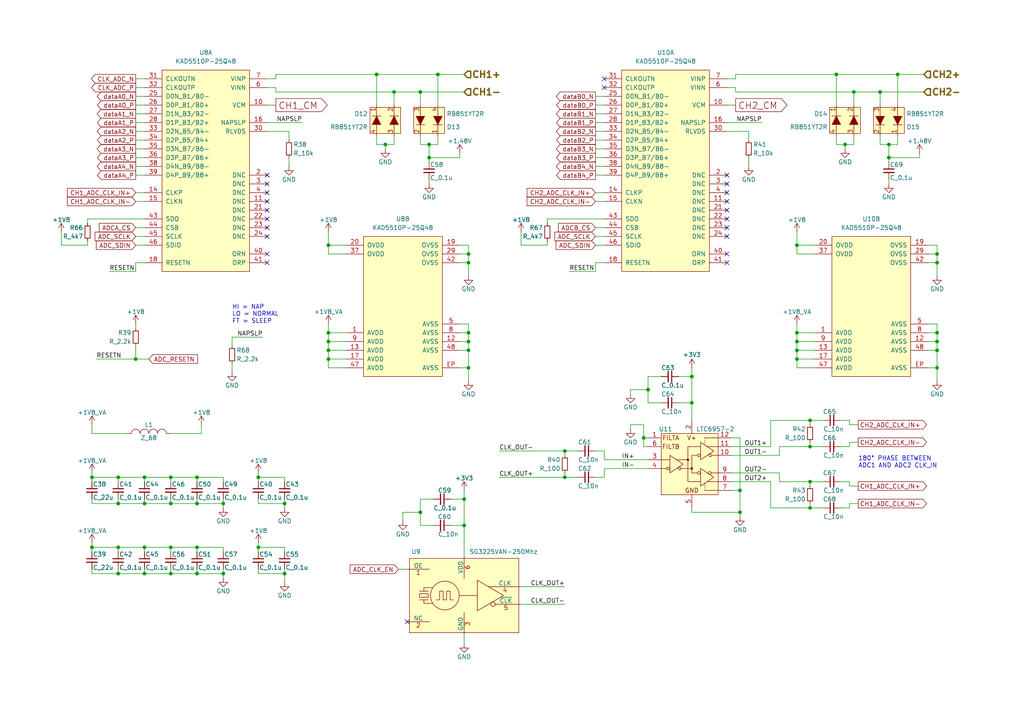
<source format=kicad_sch>
(kicad_sch (version 20231120) (generator "eeschema") (generator_version "8.0")
  (paper "A4")
  (title_block (title "Scopefun Oscilloscope") (rev "v2") (comment 1 "Copyright Dejan Priversek 2017") (comment 2 "Licensed under CERN OHL v.1.2"))
  (lib_symbols
    (symbol "ScopefunParts:+1.48V" (power) (pin_names (offset 0))
      (property "Value" "+1.48V" (at 0 3.556 0))
      (symbol "+1.48V_1_1"
        (pin power_in line (at 0 0 90) (length 0) hide (name "+1.48V") (number "1"))
      )
    )
    (symbol "ScopefunParts:+1.8V" (power) (pin_names (offset 0))
      (property "Value" "+1.8V" (at 0 3.556 0))
      (symbol "+1.8V_1_1"
        (pin power_in line (at 0 0 90) (length 0) hide (name "+1V8") (number "1"))
      )
    )
    (symbol "ScopefunParts:+1.8V_VA" (power) (pin_names (offset 0))
      (property "Value" "+1.8V_VA" (at 0 3.556 0))
      (symbol "+1.8V_VA_1_1"
        (pin power_in line (at 0 0 90) (length 0) hide (name "+1V8_VA") (number "1"))
      )
    )
    (symbol "ScopefunParts:+3.3V" (power) (pin_names (offset 0))
      (property "Value" "+3.3V" (at 0 3.556 0))
      (symbol "+3.3V_1_1"
        (pin power_in line (at 0 0 90) (length 0) hide (name "+3V3") (number "1"))
      )
    )
    (symbol "ScopefunParts:C_0.1u" (pin_numbers hide) (pin_names (offset 0.254) hide)
      (property "Reference" "C" (at 0.254 1.778 0))
      (property "Value" "C_0.1u" (at 0.254 -2.032 0))
      (symbol "C_0.1u_1_1"
        (pin passive line (at 0 2.54 270) (length 1.905) (name "~") (number "1"))
        (pin passive line (at 0 -2.54 90) (length 2.032) (name "~") (number "2"))
      )
    )
    (symbol "ScopefunParts:C_10n_0402" (pin_numbers hide) (pin_names (offset 0.254) hide)
      (property "Reference" "C" (at 0.254 1.778 0))
      (property "Value" "C_10n_0402" (at 0.254 -2.032 0))
      (symbol "C_10n_0402_1_1"
        (pin passive line (at 0 2.54 270) (length 1.905) (name "~") (number "1"))
        (pin passive line (at 0 -2.54 90) (length 2.032) (name "~") (number "2"))
      )
    )
    (symbol "ScopefunParts:C_22u" (pin_numbers hide) (pin_names (offset 0.254) hide)
      (property "Reference" "C" (at 0.254 1.778 0))
      (property "Value" "C_22u" (at 0.254 -2.032 0))
      (symbol "C_22u_1_1"
        (pin passive line (at 0 2.54 270) (length 1.905) (name "~") (number "1"))
        (pin passive line (at 0 -2.54 90) (length 2.032) (name "~") (number "2"))
      )
    )
    (symbol "ScopefunParts:KAD5510P-25Q48" (pin_names (offset 1.016))
      (property "Reference" "U" (at 0 30.48 0))
      (property "Value" "KAD5510P-25Q48" (at 0 27.94 0))
      (symbol "KAD5510P-25Q48_1_1"
        (pin output line (at 17.78 15.24 180) (length 5.08) (name "VCM") (number "10"))
        (pin no_connect line (at 17.78 -12.7 180) (length 5.08) (name "DNC") (number "11"))
        (pin input line (at -17.78 -10.16 0) (length 5.08) (name "CLKP") (number "14"))
        (pin input line (at -17.78 -12.7 0) (length 5.08) (name "CLKN") (number "15"))
        (pin input line (at 17.78 10.16 180) (length 5.08) (name "NAPSLP") (number "16"))
        (pin input line (at -17.78 -30.48 0) (length 5.08) (name "RESETN") (number "18"))
        (pin no_connect line (at 17.78 -5.08 180) (length 5.08) (name "DNC") (number "2"))
        (pin no_connect line (at 17.78 -15.24 180) (length 5.08) (name "DNC") (number "21"))
        (pin no_connect line (at 17.78 -17.78 180) (length 5.08) (name "DNC") (number "22"))
        (pin no_connect line (at 17.78 -20.32 180) (length 5.08) (name "DNC") (number "23"))
        (pin no_connect line (at 17.78 -22.86 180) (length 5.08) (name "DNC") (number "24"))
        (pin output line (at -17.78 17.78 0) (length 5.08) (name "D0N_B1/B0-") (number "25"))
        (pin output line (at -17.78 15.24 0) (length 5.08) (name "D0P_B1/B0+") (number "26"))
        (pin output line (at -17.78 12.7 0) (length 5.08) (name "D1N_B3/B2-") (number "27"))
        (pin output line (at -17.78 10.16 0) (length 5.08) (name "D1P_B3/B2+") (number "28"))
        (pin no_connect line (at 17.78 -7.62 180) (length 5.08) (name "DNC") (number "3"))
        (pin input line (at 17.78 7.62 180) (length 5.08) (name "RLVDS") (number "30"))
        (pin output line (at -17.78 22.86 0) (length 5.08) (name "CLKOUTN") (number "31"))
        (pin output line (at -17.78 20.32 0) (length 5.08) (name "CLKOUTP") (number "32"))
        (pin input line (at -17.78 7.62 0) (length 5.08) (name "D2N_B5/B4-") (number "33"))
        (pin input line (at -17.78 5.08 0) (length 5.08) (name "D2P_B5/B4+") (number "34"))
        (pin input line (at -17.78 2.54 0) (length 5.08) (name "D3N_B7/B6-") (number "35"))
        (pin input line (at -17.78 0 0) (length 5.08) (name "D3P_B7/B6+") (number "36"))
        (pin input line (at -17.78 -2.54 0) (length 5.08) (name "D4N_B9/B8-") (number "38"))
        (pin input line (at -17.78 -5.08 0) (length 5.08) (name "D4P_B9/B8+") (number "39"))
        (pin no_connect line (at 17.78 -10.16 180) (length 5.08) (name "DNC") (number "4"))
        (pin output line (at 17.78 -27.94 180) (length 5.08) (name "ORN") (number "40"))
        (pin output line (at 17.78 -30.48 180) (length 5.08) (name "ORP") (number "41"))
        (pin input line (at -17.78 -17.78 0) (length 5.08) (name "SDO") (number "43"))
        (pin input line (at -17.78 -20.32 0) (length 5.08) (name "CSB") (number "44"))
        (pin input line (at -17.78 -22.86 0) (length 5.08) (name "SCLK") (number "45"))
        (pin input line (at -17.78 -25.4 0) (length 5.08) (name "SDIO") (number "46"))
        (pin input line (at 17.78 20.32 180) (length 5.08) (name "VINN") (number "6"))
        (pin input line (at 17.78 22.86 180) (length 5.08) (name "VINP") (number "7"))
      )
      (symbol "KAD5510P-25Q48_2_1"
        (pin power_in line (at -16.51 -2.54 0) (length 5.08) (name "AVDD") (number "1"))
        (pin power_in line (at 16.51 -5.08 180) (length 5.08) (name "AVSS") (number "12"))
        (pin power_in line (at -16.51 -7.62 0) (length 5.08) (name "AVDD") (number "13"))
        (pin power_in line (at -16.51 -10.16 0) (length 5.08) (name "AVDD") (number "17"))
        (pin power_in line (at 16.51 22.86 180) (length 5.08) (name "OVSS") (number "19"))
        (pin power_in line (at -16.51 22.86 0) (length 5.08) (name "OVDD") (number "20"))
        (pin power_in line (at 16.51 20.32 180) (length 5.08) (name "OVSS") (number "29"))
        (pin power_in line (at -16.51 20.32 0) (length 5.08) (name "OVDD") (number "37"))
        (pin power_in line (at 16.51 17.78 180) (length 5.08) (name "OVSS") (number "42"))
        (pin power_in line (at -16.51 -12.7 0) (length 5.08) (name "AVDD") (number "47"))
        (pin power_in line (at 16.51 -7.62 180) (length 5.08) (name "AVSS") (number "48"))
        (pin power_in line (at 16.51 0 180) (length 5.08) (name "AVSS") (number "5"))
        (pin power_in line (at 16.51 -2.54 180) (length 5.08) (name "AVSS") (number "8"))
        (pin power_in line (at -16.51 -5.08 0) (length 5.08) (name "AVDD") (number "9"))
        (pin power_in line (at 16.51 -12.7 180) (length 5.08) (name "AVSS") (number "EP"))
      )
    )
    (symbol "ScopefunParts:LTC6957-2" (pin_names (offset 0.762) hide)
      (property "Reference" "U" (at -7.62 10.16 0))
      (property "Value" "LTC6957-2" (at 1.27 10.16 0))
      (symbol "LTC6957-2_0_0"
        (text "FILTA" (at -6.096 7.62 0) (effects (font (size 1.27 1.27))))
        (text "FILTB" (at -6.096 5.08 0) (effects (font (size 1.27 1.27))))
        (text "GND" (at 0 -7.62 0) (effects (font (size 1.27 1.27))))
        (text "V+" (at 0 7.62 0) (effects (font (size 1.27 1.27))))
      )
      (symbol "LTC6957-2_1_1"
        (pin input line (at -12.7 7.62 0) (length 3.81) (name "FILTA") (number "1"))
        (pin output line (at 11.43 2.54 180) (length 3.81) (name "OUT1-") (number "10"))
        (pin output line (at 11.43 5.08 180) (length 3.81) (name "OUT1+") (number "11"))
        (pin input line (at 11.43 7.62 180) (length 3.81) (name "SD1") (number "12"))
        (pin power_in line (at 0 12.7 270) (length 3.81) (name "V+") (number "2"))
        (pin input line (at -12.7 1.27 0) (length 3.81) (name "IN+") (number "3"))
        (pin input line (at -12.7 -1.27 0) (length 3.81) (name "IN-") (number "4"))
        (pin power_in line (at 0 -12.7 90) (length 3.81) (name "GND") (number "5"))
        (pin input line (at -12.7 5.08 0) (length 3.81) (name "FILTB") (number "6"))
        (pin input line (at 11.43 -7.62 180) (length 3.81) (name "SD2") (number "7"))
        (pin output line (at 11.43 -5.08 180) (length 3.81) (name "OUT2+") (number "8"))
        (pin output line (at 11.43 -2.54 180) (length 3.81) (name "OUT2-") (number "9"))
      )
    )
    (symbol "ScopefunParts:RB851YT2R" (pin_names (offset 0) hide)
      (property "Reference" "D" (at 5.08 2.54 0))
      (property "Value" "RB851YT2R" (at 5.08 -1.27 0))
      (symbol "RB851YT2R_1_1"
        (pin passive line (at 2.54 5.08 270) (length 2.54) (name "1") (number "1"))
        (pin passive line (at -2.54 5.08 270) (length 2.54) (name "2") (number "2"))
        (pin passive line (at -2.54 -3.81 90) (length 2.54) (name "3") (number "3"))
        (pin passive line (at 2.54 -3.81 90) (length 2.54) (name "4") (number "4"))
      )
    )
    (symbol "ScopefunParts:R_100" (pin_numbers hide) (pin_names (offset 0.254) hide)
      (property "Reference" "R" (at 1.27 1.27 0))
      (property "Value" "R_100" (at 1.27 -1.27 0))
      (symbol "R_100_1_1"
        (pin passive line (at 0 2.54 270) (length 0.762) (name "~") (number "1"))
        (pin passive line (at 0 -2.54 90) (length 0.762) (name "~") (number "2"))
      )
    )
    (symbol "ScopefunParts:R_10k" (pin_numbers hide) (pin_names (offset 0.254) hide)
      (property "Reference" "R" (at 1.27 1.27 0))
      (property "Value" "R_10k" (at 1.27 -1.27 0))
      (symbol "R_10k_1_1"
        (pin passive line (at 0 2.54 270) (length 0.762) (name "~") (number "1"))
        (pin passive line (at 0 -2.54 90) (length 0.762) (name "~") (number "2"))
      )
    )
    (symbol "ScopefunParts:R_2.2k" (pin_numbers hide) (pin_names (offset 0.254) hide)
      (property "Reference" "R" (at 1.27 1.27 0))
      (property "Value" "R_2.2k" (at 1.27 -1.27 0))
      (symbol "R_2.2k_1_1"
        (pin passive line (at 0 2.54 270) (length 0.762) (name "~") (number "1"))
        (pin passive line (at 0 -2.54 90) (length 0.762) (name "~") (number "2"))
      )
    )
    (symbol "ScopefunParts:R_4k7" (pin_numbers hide) (pin_names (offset 0.254) hide)
      (property "Reference" "R" (at 1.27 1.27 0))
      (property "Value" "R_4k7" (at 1.27 -1.27 0))
      (symbol "R_4k7_1_1"
        (pin passive line (at 0 2.54 270) (length 0.762) (name "~") (number "1"))
        (pin passive line (at 0 -2.54 90) (length 0.762) (name "~") (number "2"))
      )
    )
    (symbol "ScopefunParts:SG3225VAN-250Mhz" (pin_names (offset 0))
      (property "Reference" "U" (at -13.97 12.7 0))
      (property "Value" "SG3225VAN-250Mhz" (at 11.43 12.7 0))
      (symbol "SG3225VAN-250Mhz_1_1"
        (pin input line (at -16.51 7.62 0) (length 6.477) (name "OE") (number "1"))
        (pin input line (at -16.51 -7.62 0) (length 6.477) (name "NC") (number "2"))
        (pin power_in line (at 0 -11.43 90) (length 6.477) (name "GND") (number "3"))
        (pin output line (at 16.51 2.54 180) (length 9.2964) (name "CLK") (number "4"))
        (pin output inverted (at 16.51 -2.54 180) (length 8.7884) (name "~{CLK}") (number "5"))
        (pin power_in line (at 0 11.43 270) (length 6.477) (name "VDD") (number "6"))
      )
    )
    (symbol "ScopefunParts:Z_68" (pin_numbers hide) (pin_names (offset 0) hide)
      (property "Reference" "L" (at 0 2.54 0))
      (property "Value" "Z_68" (at 0 -1.27 0))
      (symbol "Z_68_1_1"
        (pin passive line (at -6.35 0 0) (length 1.27) (name "1") (number "1"))
        (pin passive line (at 6.35 0 180) (length 1.27) (name "2") (number "2"))
      )
    )
    (symbol "Scopefun_v2-rescue:GND" (power) (pin_names (offset 0))
      (property "Value" "GND" (at 0 -3.81 0))
      (symbol "GND_1_1"
        (pin power_in line (at 0 0 270) (length 0) hide (name "GND") (number "1"))
      )
    )
  )
  (junction (at 124.46 41.91))
  (junction (at 95.25 101.6))
  (junction (at 135.89 96.52))
  (junction (at 135.89 99.06))
  (junction (at 271.78 76.2))
  (junction (at 109.22 21.59))
  (junction (at 82.55 146.05))
  (junction (at 49.53 166.37))
  (junction (at 257.81 41.91))
  (junction (at 41.91 146.05))
  (junction (at 74.93 138.43))
  (junction (at 49.53 138.43))
  (junction (at 271.78 99.06))
  (junction (at 234.95 129.54))
  (junction (at 95.25 96.52))
  (junction (at 231.14 99.06))
  (junction (at 163.83 138.43))
  (junction (at 26.67 158.75))
  (junction (at 231.14 104.14))
  (junction (at 49.53 158.75))
  (junction (at 271.78 96.52))
  (junction (at 127 21.59))
  (junction (at 134.62 152.4))
  (junction (at 247.65 26.67))
  (junction (at 121.92 26.67))
  (junction (at 114.3 26.67))
  (junction (at 111.76 41.91))
  (junction (at 57.15 146.05))
  (junction (at 234.95 121.92))
  (junction (at 121.92 148.59))
  (junction (at 64.77 146.05))
  (junction (at 245.11 41.91))
  (junction (at 187.96 113.03))
  (junction (at 231.14 101.6))
  (junction (at 186.69 127))
  (junction (at 271.78 106.68))
  (junction (at 135.89 101.6))
  (junction (at 234.95 139.7))
  (junction (at 95.25 104.14))
  (junction (at 200.66 116.84))
  (junction (at 231.14 96.52))
  (junction (at 95.25 99.06))
  (junction (at 242.57 21.59))
  (junction (at 74.93 158.75))
  (junction (at 214.63 148.59))
  (junction (at 26.67 138.43))
  (junction (at 271.78 101.6))
  (junction (at 124.46 45.72))
  (junction (at 41.91 158.75))
  (junction (at 135.89 106.68))
  (junction (at 135.89 73.66))
  (junction (at 135.89 76.2))
  (junction (at 95.25 71.12))
  (junction (at 231.14 71.12))
  (junction (at 257.81 45.72))
  (junction (at 255.27 26.67))
  (junction (at 134.62 144.78))
  (junction (at 34.29 146.05))
  (junction (at 82.55 166.37))
  (junction (at 234.95 147.32))
  (junction (at 41.91 138.43))
  (junction (at 34.29 166.37))
  (junction (at 214.63 142.24))
  (junction (at 57.15 166.37))
  (junction (at 34.29 158.75))
  (junction (at 39.37 104.14))
  (junction (at 271.78 73.66))
  (junction (at 57.15 138.43))
  (junction (at 64.77 166.37))
  (junction (at 41.91 166.37))
  (junction (at 260.35 21.59))
  (junction (at 57.15 158.75))
  (junction (at 163.83 130.81))
  (junction (at 34.29 138.43))
  (junction (at 200.66 109.22))
  (junction (at 49.53 146.05))
  (no_connect (at 118.11 180.34))
  (no_connect (at 77.47 73.66))
  (no_connect (at 210.82 55.88))
  (no_connect (at 77.47 58.42))
  (no_connect (at 210.82 53.34))
  (no_connect (at 210.82 63.5))
  (no_connect (at 210.82 58.42))
  (no_connect (at 77.47 60.96))
  (no_connect (at 210.82 68.58))
  (no_connect (at 77.47 66.04))
  (no_connect (at 175.26 22.86))
  (no_connect (at 77.47 50.8))
  (no_connect (at 175.26 25.4))
  (no_connect (at 77.47 63.5))
  (no_connect (at 210.82 50.8))
  (no_connect (at 77.47 76.2))
  (no_connect (at 210.82 76.2))
  (no_connect (at 77.47 53.34))
  (no_connect (at 210.82 60.96))
  (no_connect (at 77.47 68.58))
  (no_connect (at 77.47 55.88))
  (no_connect (at 210.82 66.04))
  (no_connect (at 210.82 73.66))
  (wire (pts (xy 175.26 135.89) (xy 175.26 138.43)))
  (wire (pts (xy 41.91 166.37) (xy 41.91 165.1)))
  (wire (pts (xy 64.77 144.78) (xy 64.77 146.05)))
  (wire (pts (xy 163.83 138.43) (xy 167.64 138.43)))
  (wire (pts (xy 242.57 41.91) (xy 245.11 41.91)))
  (wire (pts (xy 269.24 93.98) (xy 271.78 93.98)))
  (wire (pts (xy 182.88 123.19) (xy 186.69 123.19)))
  (wire (pts (xy 121.92 144.78) (xy 125.73 144.78)))
  (wire (pts (xy 49.53 166.37) (xy 57.15 166.37)))
  (wire (pts (xy 124.46 45.72) (xy 124.46 46.99)))
  (wire (pts (xy 49.53 146.05) (xy 49.53 144.78)))
  (wire (pts (xy 257.81 41.91) (xy 260.35 41.91)))
  (wire (pts (xy 39.37 78.74) (xy 31.75 78.74)))
  (wire (pts (xy 226.06 129.54) (xy 234.95 129.54)))
  (wire (pts (xy 213.36 26.67) (xy 213.36 25.4)))
  (wire (pts (xy 231.14 96.52) (xy 236.22 96.52)))
  (wire (pts (xy 134.62 144.78) (xy 134.62 152.4)))
  (wire (pts (xy 39.37 40.64) (xy 41.91 40.64)))
  (wire (pts (xy 231.14 101.6) (xy 231.14 104.14)))
  (wire (pts (xy 175.26 138.43) (xy 172.72 138.43)))
  (wire (pts (xy 234.95 128.27) (xy 234.95 129.54)))
  (wire (pts (xy 25.4 63.5) (xy 25.4 64.77)))
  (wire (pts (xy 74.93 166.37) (xy 74.93 165.1)))
  (wire (pts (xy 223.52 139.7) (xy 223.52 147.32)))
  (wire (pts (xy 144.78 138.43) (xy 163.83 138.43)))
  (wire (pts (xy 26.67 138.43) (xy 34.29 138.43)))
  (wire (pts (xy 213.36 21.59) (xy 242.57 21.59)))
  (wire (pts (xy 271.78 73.66) (xy 271.78 76.2)))
  (wire (pts (xy 124.46 45.72) (xy 133.35 45.72)))
  (wire (pts (xy 186.69 129.54) (xy 187.96 129.54)))
  (wire (pts (xy 95.25 104.14) (xy 95.25 106.68)))
  (wire (pts (xy 127 21.59) (xy 134.62 21.59)))
  (wire (pts (xy 39.37 71.12) (xy 41.91 71.12)))
  (wire (pts (xy 212.09 127) (xy 214.63 127)))
  (wire (pts (xy 213.36 30.48) (xy 210.82 30.48)))
  (wire (pts (xy 200.66 147.32) (xy 200.66 148.59)))
  (wire (pts (xy 95.25 67.31) (xy 95.25 71.12)))
  (wire (pts (xy 266.7 45.72) (xy 266.7 44.45)))
  (wire (pts (xy 269.24 96.52) (xy 271.78 96.52)))
  (wire (pts (xy 114.3 30.48) (xy 114.3 26.67)))
  (wire (pts (xy 116.84 148.59) (xy 116.84 151.13)))
  (wire (pts (xy 95.25 101.6) (xy 95.25 104.14)))
  (wire (pts (xy 151.13 175.26) (xy 163.83 175.26)))
  (wire (pts (xy 26.67 158.75) (xy 26.67 160.02)))
  (wire (pts (xy 214.63 127) (xy 214.63 142.24)))
  (wire (pts (xy 130.81 144.78) (xy 134.62 144.78)))
  (wire (pts (xy 231.14 96.52) (xy 231.14 99.06)))
  (wire (pts (xy 82.55 166.37) (xy 82.55 168.91)))
  (wire (pts (xy 121.92 41.91) (xy 124.46 41.91)))
  (wire (pts (xy 121.92 148.59) (xy 121.92 152.4)))
  (wire (pts (xy 175.26 76.2) (xy 172.72 76.2)))
  (wire (pts (xy 95.25 73.66) (xy 100.33 73.66)))
  (wire (pts (xy 58.42 123.19) (xy 58.42 125.73)))
  (wire (pts (xy 95.25 71.12) (xy 95.25 73.66)))
  (wire (pts (xy 114.3 41.91) (xy 114.3 39.37)))
  (wire (pts (xy 124.46 52.07) (xy 124.46 53.34)))
  (wire (pts (xy 133.35 73.66) (xy 135.89 73.66)))
  (wire (pts (xy 135.89 71.12) (xy 135.89 73.66)))
  (wire (pts (xy 17.78 71.12) (xy 17.78 67.31)))
  (wire (pts (xy 26.67 146.05) (xy 34.29 146.05)))
  (wire (pts (xy 134.62 142.24) (xy 134.62 144.78)))
  (wire (pts (xy 127 30.48) (xy 127 21.59)))
  (wire (pts (xy 67.31 105.41) (xy 67.31 107.95)))
  (wire (pts (xy 39.37 30.48) (xy 41.91 30.48)))
  (wire (pts (xy 57.15 166.37) (xy 57.15 165.1)))
  (wire (pts (xy 118.11 165.1) (xy 115.57 165.1)))
  (wire (pts (xy 200.66 109.22) (xy 200.66 116.84)))
  (wire (pts (xy 172.72 30.48) (xy 175.26 30.48)))
  (wire (pts (xy 83.82 38.1) (xy 77.47 38.1)))
  (wire (pts (xy 196.85 109.22) (xy 200.66 109.22)))
  (wire (pts (xy 257.81 52.07) (xy 257.81 53.34)))
  (wire (pts (xy 246.38 146.05) (xy 248.92 146.05)))
  (wire (pts (xy 64.77 138.43) (xy 64.77 139.7)))
  (wire (pts (xy 172.72 71.12) (xy 175.26 71.12)))
  (wire (pts (xy 82.55 138.43) (xy 74.93 138.43)))
  (wire (pts (xy 74.93 166.37) (xy 82.55 166.37)))
  (wire (pts (xy 95.25 93.98) (xy 95.25 96.52)))
  (wire (pts (xy 257.81 45.72) (xy 266.7 45.72)))
  (wire (pts (xy 41.91 158.75) (xy 41.91 160.02)))
  (wire (pts (xy 210.82 35.56) (xy 220.98 35.56)))
  (wire (pts (xy 172.72 40.64) (xy 175.26 40.64)))
  (wire (pts (xy 187.96 116.84) (xy 191.77 116.84)))
  (wire (pts (xy 158.75 63.5) (xy 158.75 64.77)))
  (wire (pts (xy 247.65 41.91) (xy 247.65 39.37)))
  (wire (pts (xy 64.77 158.75) (xy 64.77 160.02)))
  (wire (pts (xy 269.24 101.6) (xy 271.78 101.6)))
  (wire (pts (xy 134.62 152.4) (xy 134.62 161.29)))
  (wire (pts (xy 82.55 146.05) (xy 74.93 146.05)))
  (wire (pts (xy 242.57 21.59) (xy 260.35 21.59)))
  (wire (pts (xy 242.57 41.91) (xy 242.57 39.37)))
  (wire (pts (xy 212.09 142.24) (xy 214.63 142.24)))
  (wire (pts (xy 121.92 26.67) (xy 134.62 26.67)))
  (wire (pts (xy 34.29 139.7) (xy 34.29 138.43)))
  (wire (pts (xy 231.14 106.68) (xy 236.22 106.68)))
  (wire (pts (xy 260.35 41.91) (xy 260.35 39.37)))
  (wire (pts (xy 39.37 104.14) (xy 39.37 100.33)))
  (wire (pts (xy 231.14 73.66) (xy 236.22 73.66)))
  (wire (pts (xy 39.37 22.86) (xy 41.91 22.86)))
  (wire (pts (xy 172.72 55.88) (xy 175.26 55.88)))
  (wire (pts (xy 64.77 146.05) (xy 64.77 147.32)))
  (wire (pts (xy 82.55 146.05) (xy 82.55 147.32)))
  (wire (pts (xy 83.82 40.64) (xy 83.82 38.1)))
  (wire (pts (xy 163.83 170.18) (xy 151.13 170.18)))
  (wire (pts (xy 172.72 48.26) (xy 175.26 48.26)))
  (wire (pts (xy 111.76 41.91) (xy 114.3 41.91)))
  (wire (pts (xy 57.15 138.43) (xy 57.15 139.7)))
  (wire (pts (xy 121.92 41.91) (xy 121.92 39.37)))
  (wire (pts (xy 121.92 30.48) (xy 121.92 26.67)))
  (wire (pts (xy 172.72 50.8) (xy 175.26 50.8)))
  (wire (pts (xy 41.91 138.43) (xy 49.53 138.43)))
  (wire (pts (xy 34.29 146.05) (xy 41.91 146.05)))
  (wire (pts (xy 134.62 152.4) (xy 130.81 152.4)))
  (wire (pts (xy 74.93 146.05) (xy 74.93 144.78)))
  (wire (pts (xy 76.2 97.79) (xy 67.31 97.79)))
  (wire (pts (xy 80.01 26.67) (xy 114.3 26.67)))
  (wire (pts (xy 226.06 139.7) (xy 234.95 139.7)))
  (wire (pts (xy 100.33 71.12) (xy 95.25 71.12)))
  (wire (pts (xy 271.78 76.2) (xy 271.78 80.01)))
  (wire (pts (xy 82.55 158.75) (xy 82.55 160.02)))
  (wire (pts (xy 109.22 21.59) (xy 127 21.59)))
  (wire (pts (xy 214.63 148.59) (xy 214.63 149.86)))
  (wire (pts (xy 223.52 121.92) (xy 223.52 129.54)))
  (wire (pts (xy 26.67 166.37) (xy 26.67 165.1)))
  (wire (pts (xy 26.67 157.48) (xy 26.67 158.75)))
  (wire (pts (xy 231.14 93.98) (xy 231.14 96.52)))
  (wire (pts (xy 246.38 128.27) (xy 248.92 128.27)))
  (wire (pts (xy 41.91 146.05) (xy 41.91 144.78)))
  (wire (pts (xy 80.01 22.86) (xy 80.01 21.59)))
  (wire (pts (xy 200.66 116.84) (xy 200.66 121.92)))
  (wire (pts (xy 163.83 137.16) (xy 163.83 138.43)))
  (wire (pts (xy 247.65 30.48) (xy 247.65 26.67)))
  (wire (pts (xy 109.22 41.91) (xy 109.22 39.37)))
  (wire (pts (xy 187.96 109.22) (xy 187.96 113.03)))
  (wire (pts (xy 34.29 166.37) (xy 41.91 166.37)))
  (wire (pts (xy 127 41.91) (xy 127 39.37)))
  (wire (pts (xy 114.3 26.67) (xy 121.92 26.67)))
  (wire (pts (xy 182.88 123.19) (xy 182.88 124.46)))
  (wire (pts (xy 186.69 123.19) (xy 186.69 127)))
  (wire (pts (xy 34.29 165.1) (xy 34.29 166.37)))
  (wire (pts (xy 271.78 106.68) (xy 271.78 110.49)))
  (wire (pts (xy 271.78 76.2) (xy 269.24 76.2)))
  (wire (pts (xy 243.84 139.7) (xy 246.38 139.7)))
  (wire (pts (xy 226.06 129.54) (xy 226.06 132.08)))
  (wire (pts (xy 39.37 95.25) (xy 39.37 93.98)))
  (wire (pts (xy 80.01 30.48) (xy 77.47 30.48)))
  (wire (pts (xy 172.72 76.2) (xy 172.72 78.74)))
  (wire (pts (xy 172.72 35.56) (xy 175.26 35.56)))
  (wire (pts (xy 80.01 26.67) (xy 80.01 25.4)))
  (wire (pts (xy 213.36 26.67) (xy 247.65 26.67)))
  (wire (pts (xy 246.38 123.19) (xy 248.92 123.19)))
  (wire (pts (xy 271.78 101.6) (xy 271.78 106.68)))
  (wire (pts (xy 95.25 104.14) (xy 100.33 104.14)))
  (wire (pts (xy 41.91 45.72) (xy 39.37 45.72)))
  (wire (pts (xy 57.15 166.37) (xy 64.77 166.37)))
  (wire (pts (xy 187.96 109.22) (xy 191.77 109.22)))
  (wire (pts (xy 234.95 147.32) (xy 238.76 147.32)))
  (wire (pts (xy 182.88 114.3) (xy 182.88 113.03)))
  (wire (pts (xy 246.38 140.97) (xy 248.92 140.97)))
  (wire (pts (xy 231.14 71.12) (xy 231.14 73.66)))
  (wire (pts (xy 95.25 96.52) (xy 95.25 99.06)))
  (wire (pts (xy 234.95 121.92) (xy 238.76 121.92)))
  (wire (pts (xy 246.38 139.7) (xy 246.38 140.97)))
  (wire (pts (xy 39.37 104.14) (xy 43.18 104.14)))
  (wire (pts (xy 58.42 125.73) (xy 49.53 125.73)))
  (wire (pts (xy 226.06 132.08) (xy 212.09 132.08)))
  (wire (pts (xy 247.65 26.67) (xy 255.27 26.67)))
  (wire (pts (xy 271.78 96.52) (xy 271.78 99.06)))
  (wire (pts (xy 39.37 25.4) (xy 41.91 25.4)))
  (wire (pts (xy 144.78 130.81) (xy 163.83 130.81)))
  (wire (pts (xy 26.67 166.37) (xy 34.29 166.37)))
  (wire (pts (xy 82.55 165.1) (xy 82.55 166.37)))
  (wire (pts (xy 74.93 158.75) (xy 74.93 160.02)))
  (wire (pts (xy 255.27 30.48) (xy 255.27 26.67)))
  (wire (pts (xy 57.15 158.75) (xy 64.77 158.75)))
  (wire (pts (xy 269.24 73.66) (xy 271.78 73.66)))
  (wire (pts (xy 234.95 146.05) (xy 234.95 147.32)))
  (wire (pts (xy 49.53 158.75) (xy 49.53 160.02)))
  (wire (pts (xy 41.91 166.37) (xy 49.53 166.37)))
  (wire (pts (xy 80.01 25.4) (xy 77.47 25.4)))
  (wire (pts (xy 25.4 71.12) (xy 17.78 71.12)))
  (wire (pts (xy 64.77 165.1) (xy 64.77 166.37)))
  (wire (pts (xy 217.17 40.64) (xy 217.17 38.1)))
  (wire (pts (xy 213.36 22.86) (xy 213.36 21.59)))
  (wire (pts (xy 135.89 99.06) (xy 135.89 101.6)))
  (wire (pts (xy 39.37 66.04) (xy 41.91 66.04)))
  (wire (pts (xy 175.26 135.89) (xy 187.96 135.89)))
  (wire (pts (xy 57.15 146.05) (xy 64.77 146.05)))
  (wire (pts (xy 213.36 22.86) (xy 210.82 22.86)))
  (wire (pts (xy 151.13 71.12) (xy 151.13 67.31)))
  (wire (pts (xy 135.89 76.2) (xy 135.89 80.01)))
  (wire (pts (xy 255.27 41.91) (xy 257.81 41.91)))
  (wire (pts (xy 213.36 25.4) (xy 210.82 25.4)))
  (wire (pts (xy 135.89 71.12) (xy 133.35 71.12)))
  (wire (pts (xy 271.78 99.06) (xy 271.78 101.6)))
  (wire (pts (xy 214.63 142.24) (xy 214.63 148.59)))
  (wire (pts (xy 74.93 157.48) (xy 74.93 158.75)))
  (wire (pts (xy 134.62 186.69) (xy 134.62 184.15)))
  (wire (pts (xy 80.01 21.59) (xy 109.22 21.59)))
  (wire (pts (xy 200.66 116.84) (xy 196.85 116.84)))
  (wire (pts (xy 124.46 41.91) (xy 127 41.91)))
  (wire (pts (xy 135.89 96.52) (xy 135.89 99.06)))
  (wire (pts (xy 172.72 78.74) (xy 165.1 78.74)))
  (wire (pts (xy 34.29 144.78) (xy 34.29 146.05)))
  (wire (pts (xy 231.14 67.31) (xy 231.14 71.12)))
  (wire (pts (xy 234.95 140.97) (xy 234.95 139.7)))
  (wire (pts (xy 246.38 129.54) (xy 246.38 128.27)))
  (wire (pts (xy 231.14 99.06) (xy 231.14 101.6)))
  (wire (pts (xy 41.91 76.2) (xy 39.37 76.2)))
  (wire (pts (xy 95.25 101.6) (xy 100.33 101.6)))
  (wire (pts (xy 109.22 30.48) (xy 109.22 21.59)))
  (wire (pts (xy 39.37 38.1) (xy 41.91 38.1)))
  (wire (pts (xy 135.89 73.66) (xy 135.89 76.2)))
  (wire (pts (xy 82.55 138.43) (xy 82.55 139.7)))
  (wire (pts (xy 95.25 106.68) (xy 100.33 106.68)))
  (wire (pts (xy 242.57 30.48) (xy 242.57 21.59)))
  (wire (pts (xy 26.67 125.73) (xy 36.83 125.73)))
  (wire (pts (xy 186.69 127) (xy 186.69 129.54)))
  (wire (pts (xy 74.93 137.16) (xy 74.93 138.43)))
  (wire (pts (xy 124.46 41.91) (xy 124.46 45.72)))
  (wire (pts (xy 223.52 147.32) (xy 234.95 147.32)))
  (wire (pts (xy 172.72 38.1) (xy 175.26 38.1)))
  (wire (pts (xy 172.72 43.18) (xy 175.26 43.18)))
  (wire (pts (xy 257.81 45.72) (xy 257.81 46.99)))
  (wire (pts (xy 236.22 71.12) (xy 231.14 71.12)))
  (wire (pts (xy 200.66 148.59) (xy 214.63 148.59)))
  (wire (pts (xy 269.24 106.68) (xy 271.78 106.68)))
  (wire (pts (xy 133.35 99.06) (xy 135.89 99.06)))
  (wire (pts (xy 255.27 41.91) (xy 255.27 39.37)))
  (wire (pts (xy 243.84 147.32) (xy 246.38 147.32)))
  (wire (pts (xy 39.37 35.56) (xy 41.91 35.56)))
  (wire (pts (xy 49.53 138.43) (xy 49.53 139.7)))
  (wire (pts (xy 26.67 137.16) (xy 26.67 138.43)))
  (wire (pts (xy 49.53 166.37) (xy 49.53 165.1)))
  (wire (pts (xy 223.52 121.92) (xy 234.95 121.92)))
  (wire (pts (xy 172.72 45.72) (xy 175.26 45.72)))
  (wire (pts (xy 74.93 158.75) (xy 82.55 158.75)))
  (wire (pts (xy 41.91 63.5) (xy 25.4 63.5)))
  (wire (pts (xy 39.37 33.02) (xy 41.91 33.02)))
  (wire (pts (xy 133.35 101.6) (xy 135.89 101.6)))
  (wire (pts (xy 135.89 106.68) (xy 135.89 110.49)))
  (wire (pts (xy 26.67 158.75) (xy 34.29 158.75)))
  (wire (pts (xy 111.76 43.18) (xy 111.76 41.91)))
  (wire (pts (xy 27.94 104.14) (xy 39.37 104.14)))
  (wire (pts (xy 231.14 104.14) (xy 236.22 104.14)))
  (wire (pts (xy 34.29 160.02) (xy 34.29 158.75)))
  (wire (pts (xy 26.67 146.05) (xy 26.67 144.78)))
  (wire (pts (xy 109.22 41.91) (xy 111.76 41.91)))
  (wire (pts (xy 231.14 104.14) (xy 231.14 106.68)))
  (wire (pts (xy 172.72 130.81) (xy 175.26 130.81)))
  (wire (pts (xy 172.72 68.58) (xy 175.26 68.58)))
  (wire (pts (xy 39.37 27.94) (xy 41.91 27.94)))
  (wire (pts (xy 34.29 138.43) (xy 41.91 138.43)))
  (wire (pts (xy 200.66 106.68) (xy 200.66 109.22)))
  (wire (pts (xy 133.35 96.52) (xy 135.89 96.52)))
  (wire (pts (xy 135.89 101.6) (xy 135.89 106.68)))
  (wire (pts (xy 231.14 101.6) (xy 236.22 101.6)))
  (wire (pts (xy 41.91 146.05) (xy 49.53 146.05)))
  (wire (pts (xy 246.38 147.32) (xy 246.38 146.05)))
  (wire (pts (xy 172.72 27.94) (xy 175.26 27.94)))
  (wire (pts (xy 158.75 71.12) (xy 151.13 71.12)))
  (wire (pts (xy 231.14 99.06) (xy 236.22 99.06)))
  (wire (pts (xy 77.47 35.56) (xy 87.63 35.56)))
  (wire (pts (xy 135.89 93.98) (xy 135.89 96.52)))
  (wire (pts (xy 245.11 41.91) (xy 247.65 41.91)))
  (wire (pts (xy 217.17 48.26) (xy 217.17 45.72)))
  (wire (pts (xy 271.78 71.12) (xy 269.24 71.12)))
  (wire (pts (xy 64.77 166.37) (xy 64.77 167.64)))
  (wire (pts (xy 243.84 129.54) (xy 246.38 129.54)))
  (wire (pts (xy 83.82 48.26) (xy 83.82 45.72)))
  (wire (pts (xy 257.81 41.91) (xy 257.81 45.72)))
  (wire (pts (xy 175.26 130.81) (xy 175.26 133.35)))
  (wire (pts (xy 175.26 133.35) (xy 187.96 133.35)))
  (wire (pts (xy 95.25 96.52) (xy 100.33 96.52)))
  (wire (pts (xy 245.11 41.91) (xy 245.11 43.18)))
  (wire (pts (xy 49.53 158.75) (xy 57.15 158.75)))
  (wire (pts (xy 172.72 58.42) (xy 175.26 58.42)))
  (wire (pts (xy 80.01 22.86) (xy 77.47 22.86)))
  (wire (pts (xy 133.35 45.72) (xy 133.35 44.45)))
  (wire (pts (xy 158.75 69.85) (xy 158.75 71.12)))
  (wire (pts (xy 172.72 33.02) (xy 175.26 33.02)))
  (wire (pts (xy 121.92 144.78) (xy 121.92 148.59)))
  (wire (pts (xy 246.38 121.92) (xy 246.38 123.19)))
  (wire (pts (xy 82.55 144.78) (xy 82.55 146.05)))
  (wire (pts (xy 74.93 138.43) (xy 74.93 139.7)))
  (wire (pts (xy 175.26 63.5) (xy 158.75 63.5)))
  (wire (pts (xy 212.09 139.7) (xy 223.52 139.7)))
  (wire (pts (xy 57.15 138.43) (xy 64.77 138.43)))
  (wire (pts (xy 255.27 26.67) (xy 267.97 26.67)))
  (wire (pts (xy 116.84 148.59) (xy 121.92 148.59)))
  (wire (pts (xy 39.37 55.88) (xy 41.91 55.88)))
  (wire (pts (xy 26.67 138.43) (xy 26.67 139.7)))
  (wire (pts (xy 39.37 58.42) (xy 41.91 58.42)))
  (wire (pts (xy 187.96 127) (xy 186.69 127)))
  (wire (pts (xy 271.78 71.12) (xy 271.78 73.66)))
  (wire (pts (xy 95.25 99.06) (xy 95.25 101.6)))
  (wire (pts (xy 95.25 99.06) (xy 100.33 99.06)))
  (wire (pts (xy 49.53 138.43) (xy 57.15 138.43)))
  (wire (pts (xy 226.06 137.16) (xy 212.09 137.16)))
  (wire (pts (xy 39.37 76.2) (xy 39.37 78.74)))
  (wire (pts (xy 25.4 69.85) (xy 25.4 71.12)))
  (wire (pts (xy 163.83 130.81) (xy 167.64 130.81)))
  (wire (pts (xy 39.37 43.18) (xy 41.91 43.18)))
  (wire (pts (xy 133.35 106.68) (xy 135.89 106.68)))
  (wire (pts (xy 39.37 68.58) (xy 41.91 68.58)))
  (wire (pts (xy 226.06 137.16) (xy 226.06 139.7)))
  (wire (pts (xy 271.78 93.98) (xy 271.78 96.52)))
  (wire (pts (xy 26.67 123.19) (xy 26.67 125.73)))
  (wire (pts (xy 243.84 121.92) (xy 246.38 121.92)))
  (wire (pts (xy 39.37 48.26) (xy 41.91 48.26)))
  (wire (pts (xy 41.91 158.75) (xy 49.53 158.75)))
  (wire (pts (xy 260.35 30.48) (xy 260.35 21.59)))
  (wire (pts (xy 133.35 93.98) (xy 135.89 93.98)))
  (wire (pts (xy 41.91 138.43) (xy 41.91 139.7)))
  (wire (pts (xy 217.17 38.1) (xy 210.82 38.1)))
  (wire (pts (xy 234.95 139.7) (xy 238.76 139.7)))
  (wire (pts (xy 34.29 158.75) (xy 41.91 158.75)))
  (wire (pts (xy 223.52 129.54) (xy 212.09 129.54)))
  (wire (pts (xy 172.72 66.04) (xy 175.26 66.04)))
  (wire (pts (xy 49.53 146.05) (xy 57.15 146.05)))
  (wire (pts (xy 135.89 76.2) (xy 133.35 76.2)))
  (wire (pts (xy 269.24 99.06) (xy 271.78 99.06)))
  (wire (pts (xy 260.35 21.59) (xy 267.97 21.59)))
  (wire (pts (xy 234.95 123.19) (xy 234.95 121.92)))
  (wire (pts (xy 234.95 129.54) (xy 238.76 129.54)))
  (wire (pts (xy 57.15 146.05) (xy 57.15 144.78)))
  (wire (pts (xy 182.88 113.03) (xy 187.96 113.03)))
  (wire (pts (xy 41.91 50.8) (xy 39.37 50.8)))
  (wire (pts (xy 67.31 97.79) (xy 67.31 100.33)))
  (wire (pts (xy 187.96 113.03) (xy 187.96 116.84)))
  (wire (pts (xy 121.92 152.4) (xy 125.73 152.4)))
  (wire (pts (xy 57.15 158.75) (xy 57.15 160.02)))
  (wire (pts (xy 163.83 132.08) (xy 163.83 130.81)))
  (text "180° PHASE BETWEEN\nADC1 AND ADC2 CLK_IN" (at 248.92 135.89 0) (effects (font (size 1.27 1.27)) (justify left bottom)))
  (text "HI = NAP\nLO = NORMAL\nFT = SLEEP" (at 67.31 93.98 0) (effects (font (size 1.27 1.27)) (justify left bottom)))
  (label "OUT2+" (at 215.9 139.7 0))
  (label "OUT1-" (at 215.9 132.08 0))
  (label "OUT2-" (at 215.9 137.16 0))
  (label "NAPSLP" (at 76.2 97.79 180))
  (label "RESETN" (at 165.1 78.74 0))
  (label "RESETN" (at 27.94 104.14 0))
  (label "OUT1+" (at 215.9 129.54 0))
  (label "CLK_OUT+" (at 163.83 170.18 180))
  (label "NAPSLP" (at 220.98 35.56 180))
  (label "CLK_OUT+" (at 144.78 138.43 0))
  (label "IN-" (at 180.34 135.89 0))
  (label "CLK_OUT-" (at 144.78 130.81 0))
  (label "CLK_OUT-" (at 163.83 175.26 180))
  (label "IN+" (at 180.34 133.35 0))
  (label "NAPSLP" (at 87.63 35.56 180))
  (label "RESETN" (at 31.75 78.74 0))
  (global_label "dataA2_N" (shape output) (at 39.37 38.1 180) (property "Intersheetrefs" "${INTERSHEET_REFS}" (effects (hide yes))))
  (global_label "dataA0_P" (shape output) (at 39.37 30.48 180) (property "Intersheetrefs" "${INTERSHEET_REFS}" (effects (hide yes))))
  (global_label "CH1_ADC_CLK_IN-" (shape output) (at 248.92 146.05 0) (property "Intersheetrefs" "${INTERSHEET_REFS}" (effects (hide yes))))
  (global_label "ADC_SDIN" (shape input) (at 39.37 71.12 180) (property "Intersheetrefs" "${INTERSHEET_REFS}" (effects (hide yes))))
  (global_label "dataB1_N" (shape output) (at 172.72 33.02 180) (property "Intersheetrefs" "${INTERSHEET_REFS}" (effects (hide yes))))
  (global_label "dataB3_P" (shape output) (at 172.72 45.72 180) (property "Intersheetrefs" "${INTERSHEET_REFS}" (effects (hide yes))))
  (global_label "CH1_CM" (shape output) (at 80.01 30.48 0) (effects (font (size 1.905 1.905))) (property "Intersheetrefs" "${INTERSHEET_REFS}" (effects (hide yes))))
  (global_label "ADC_SCLK" (shape input) (at 39.37 68.58 180) (property "Intersheetrefs" "${INTERSHEET_REFS}" (effects (hide yes))))
  (global_label "dataA2_P" (shape output) (at 39.37 40.64 180) (property "Intersheetrefs" "${INTERSHEET_REFS}" (effects (hide yes))))
  (global_label "CH1_ADC_CLK_IN+" (shape input) (at 39.37 55.88 180) (property "Intersheetrefs" "${INTERSHEET_REFS}" (effects (hide yes))))
  (global_label "CH2_ADC_CLK_IN-" (shape output) (at 248.92 128.27 0) (property "Intersheetrefs" "${INTERSHEET_REFS}" (effects (hide yes))))
  (global_label "dataA1_P" (shape output) (at 39.37 35.56 180) (property "Intersheetrefs" "${INTERSHEET_REFS}" (effects (hide yes))))
  (global_label "CLK_ADC_N" (shape output) (at 39.37 22.86 180) (property "Intersheetrefs" "${INTERSHEET_REFS}" (effects (hide yes))))
  (global_label "ADC_SDIN" (shape input) (at 172.72 71.12 180) (property "Intersheetrefs" "${INTERSHEET_REFS}" (effects (hide yes))))
  (global_label "ADC_CLK_EN" (shape input) (at 115.57 165.1 180) (property "Intersheetrefs" "${INTERSHEET_REFS}" (effects (hide yes))))
  (global_label "dataB2_N" (shape output) (at 172.72 38.1 180) (property "Intersheetrefs" "${INTERSHEET_REFS}" (effects (hide yes))))
  (global_label "dataB0_P" (shape output) (at 172.72 30.48 180) (property "Intersheetrefs" "${INTERSHEET_REFS}" (effects (hide yes))))
  (global_label "ADC_SCLK" (shape input) (at 172.72 68.58 180) (property "Intersheetrefs" "${INTERSHEET_REFS}" (effects (hide yes))))
  (global_label "dataA0_N" (shape output) (at 39.37 27.94 180) (property "Intersheetrefs" "${INTERSHEET_REFS}" (effects (hide yes))))
  (global_label "dataA4_N" (shape output) (at 39.37 48.26 180) (property "Intersheetrefs" "${INTERSHEET_REFS}" (effects (hide yes))))
  (global_label "CH2_CM" (shape output) (at 213.36 30.48 0) (effects (font (size 1.905 1.905))) (property "Intersheetrefs" "${INTERSHEET_REFS}" (effects (hide yes))))
  (global_label "dataB2_P" (shape output) (at 172.72 40.64 180) (property "Intersheetrefs" "${INTERSHEET_REFS}" (effects (hide yes))))
  (global_label "CH2_ADC_CLK_IN-" (shape input) (at 172.72 58.42 180) (property "Intersheetrefs" "${INTERSHEET_REFS}" (effects (hide yes))))
  (global_label "dataB4_P" (shape output) (at 172.72 50.8 180) (property "Intersheetrefs" "${INTERSHEET_REFS}" (effects (hide yes))))
  (global_label "dataB3_N" (shape output) (at 172.72 43.18 180) (property "Intersheetrefs" "${INTERSHEET_REFS}" (effects (hide yes))))
  (global_label "dataB0_N" (shape output) (at 172.72 27.94 180) (property "Intersheetrefs" "${INTERSHEET_REFS}" (effects (hide yes))))
  (global_label "dataA4_P" (shape output) (at 39.37 50.8 180) (property "Intersheetrefs" "${INTERSHEET_REFS}" (effects (hide yes))))
  (global_label "CH1_ADC_CLK_IN+" (shape output) (at 248.92 140.97 0) (property "Intersheetrefs" "${INTERSHEET_REFS}" (effects (hide yes))))
  (global_label "dataA3_N" (shape output) (at 39.37 43.18 180) (property "Intersheetrefs" "${INTERSHEET_REFS}" (effects (hide yes))))
  (global_label "dataA3_P" (shape output) (at 39.37 45.72 180) (property "Intersheetrefs" "${INTERSHEET_REFS}" (effects (hide yes))))
  (global_label "CLK_ADC_P" (shape output) (at 39.37 25.4 180) (property "Intersheetrefs" "${INTERSHEET_REFS}" (effects (hide yes))))
  (global_label "dataB4_N" (shape output) (at 172.72 48.26 180) (property "Intersheetrefs" "${INTERSHEET_REFS}" (effects (hide yes))))
  (global_label "CH2_ADC_CLK_IN+" (shape input) (at 172.72 55.88 180) (property "Intersheetrefs" "${INTERSHEET_REFS}" (effects (hide yes))))
  (global_label "dataA1_N" (shape output) (at 39.37 33.02 180) (property "Intersheetrefs" "${INTERSHEET_REFS}" (effects (hide yes))))
  (global_label "CH1_ADC_CLK_IN-" (shape input) (at 39.37 58.42 180) (property "Intersheetrefs" "${INTERSHEET_REFS}" (effects (hide yes))))
  (global_label "CH2_ADC_CLK_IN+" (shape output) (at 248.92 123.19 0) (property "Intersheetrefs" "${INTERSHEET_REFS}" (effects (hide yes))))
  (global_label "ADCB_CS" (shape input) (at 172.72 66.04 180) (property "Intersheetrefs" "${INTERSHEET_REFS}" (effects (hide yes))))
  (global_label "ADCA_CS" (shape input) (at 39.37 66.04 180) (property "Intersheetrefs" "${INTERSHEET_REFS}" (effects (hide yes))))
  (global_label "dataB1_P" (shape output) (at 172.72 35.56 180) (property "Intersheetrefs" "${INTERSHEET_REFS}" (effects (hide yes))))
  (global_label "ADC_RESETN" (shape input) (at 43.18 104.14 0) (property "Intersheetrefs" "${INTERSHEET_REFS}" (effects (hide yes))))
  (hierarchical_label "CH1-" (shape input) (at 134.62 26.67 0) (effects (font (size 1.905 1.905) (thickness 0.381) (bold yes))))
  (hierarchical_label "CH2+" (shape input) (at 267.97 21.59 0) (effects (font (size 1.905 1.905) (thickness 0.381) (bold yes))))
  (hierarchical_label "CH1+" (shape input) (at 134.62 21.59 0) (effects (font (size 1.905 1.905) (thickness 0.381) (bold yes))))
  (hierarchical_label "CH2-" (shape input) (at 267.97 26.67 0) (effects (font (size 1.905 1.905) (thickness 0.381) (bold yes))))
  (symbol (lib_id "ScopefunParts:C_0.1u") (at 128.27 144.78 270) (mirror x) (unit 1)
    (property "Reference" "C59" (at 127 142.24 90) (effects (justify left)))
    (property "Value" "C_0.1u" (at 125.73 147.32 90) (effects (justify left)))
    (property "Footprint" "ScopefunPackagesLibrary:C_0603" (effects (hide yes)))
    (property "Description" "MLCC - SMD/SMT 0603 16V X7R 10%" (effects (hide yes)))
    (property "MFG Part#" "C0603C104K4RACTU" (effects (hide yes)))
  )
  (symbol (lib_id "Scopefun_v2-rescue:GND") (at 116.84 151.13 0) (mirror y) (unit 1)
    (property "Reference" "#PWR0436" (effects (hide yes)))
    (property "Value" "GND" (at 116.84 154.94 0))
  )
  (symbol (lib_id "ScopefunParts:+3.3V") (at 134.62 142.24 0) (mirror y) (unit 1)
    (property "Reference" "#PWR0432" (effects (hide yes)))
    (property "Value" "+3V3" (at 134.62 138.684 0))
  )
  (symbol (lib_id "Scopefun_v2-rescue:GND") (at 134.62 186.69 0) (unit 1)
    (property "Reference" "#PWR0441" (effects (hide yes)))
    (property "Value" "GND" (at 134.62 190.5 0))
  )
  (symbol (lib_id "ScopefunParts:R_10k") (at 83.82 43.18 0) (unit 1)
    (property "Reference" "R38" (at 85.09 41.91 0) (effects (justify left)))
    (property "Value" "R_10k" (at 85.09 44.45 0) (effects (justify left)))
    (property "Footprint" "ScopefunPackagesLibrary:R_0603" (effects (hide yes)))
    (property "Datasheet" "http://industrial.panasonic.com/cdbs/www-data/pdf/AOA0000/AOA0000CE2.pdf" (effects (hide yes)))
    (property "Description" "RES SMD 1% 1/10W 0603" (effects (hide yes)))
    (property "MFG Part#" "ERJ-3EKF1002V" (effects (hide yes)))
  )
  (symbol (lib_id "Scopefun_v2-rescue:GND") (at 83.82 48.26 0) (unit 1)
    (property "Reference" "#PWR0233" (effects (hide yes)))
    (property "Value" "GND" (at 83.82 52.07 0))
  )
  (symbol (lib_id "ScopefunParts:+1.8V") (at 39.37 93.98 0) (unit 1)
    (property "Reference" "#PWR0398" (effects (hide yes)))
    (property "Value" "+1V8" (at 39.37 90.424 0))
  )
  (symbol (lib_id "ScopefunParts:R_10k") (at 217.17 43.18 0) (unit 1)
    (property "Reference" "R41" (at 218.44 41.91 0) (effects (justify left)))
    (property "Value" "R_10k" (at 218.44 44.45 0) (effects (justify left)))
    (property "Footprint" "ScopefunPackagesLibrary:R_0603" (effects (hide yes)))
    (property "Datasheet" "http://industrial.panasonic.com/cdbs/www-data/pdf/AOA0000/AOA0000CE2.pdf" (effects (hide yes)))
    (property "Description" "RES SMD 1% 1/10W 0603" (effects (hide yes)))
    (property "MFG Part#" "ERJ-3EKF1002V" (effects (hide yes)))
  )
  (symbol (lib_id "Scopefun_v2-rescue:GND") (at 217.17 48.26 0) (unit 1)
    (property "Reference" "#PWR0234" (effects (hide yes)))
    (property "Value" "GND" (at 217.17 52.07 0))
  )
  (symbol (lib_id "ScopefunParts:+1.8V") (at 231.14 67.31 0) (unit 1)
    (property "Reference" "#PWR0255" (effects (hide yes)))
    (property "Value" "+1V8" (at 231.14 63.754 0))
  )
  (symbol (lib_id "ScopefunParts:+1.8V_VA") (at 231.14 93.98 0) (unit 1)
    (property "Reference" "#PWR0421" (effects (hide yes)))
    (property "Value" "+1V8_VA" (at 231.14 90.424 0))
  )
  (symbol (lib_id "Scopefun_v2-rescue:GND") (at 135.89 110.49 0) (unit 1)
    (property "Reference" "#PWR0424" (effects (hide yes)))
    (property "Value" "GND" (at 135.89 114.3 0))
  )
  (symbol (lib_id "ScopefunParts:+1.8V_VA") (at 26.67 137.16 0) (unit 1)
    (property "Reference" "#PWR0430" (effects (hide yes)))
    (property "Value" "+1V8_VA" (at 26.67 133.604 0))
  )
  (symbol (lib_id "ScopefunParts:C_0.1u") (at 82.55 142.24 0) (unit 1)
    (property "Reference" "C43" (at 82.804 140.462 0) (effects (justify left)))
    (property "Value" "C_0.1u" (at 82.804 144.272 0) (effects (justify left)))
    (property "Footprint" "ScopefunPackagesLibrary:C_0603" (effects (hide yes)))
    (property "Description" "MLCC - SMD/SMT 0603 16V X7R 10%" (effects (hide yes)))
    (property "MFG Part#" "C0603C104K4RACTU" (effects (hide yes)))
  )
  (symbol (lib_id "ScopefunParts:C_0.1u") (at 49.53 142.24 0) (unit 1)
    (property "Reference" "C46" (at 49.784 140.462 0) (effects (justify left)))
    (property "Value" "C_0.1u" (at 49.784 144.272 0) (effects (justify left)))
    (property "Footprint" "ScopefunPackagesLibrary:C_0603" (effects (hide yes)))
    (property "Description" "MLCC - SMD/SMT 0603 16V X7R 10%" (effects (hide yes)))
    (property "MFG Part#" "C0603C104K4RACTU" (effects (hide yes)))
  )
  (symbol (lib_id "ScopefunParts:C_0.1u") (at 64.77 142.24 0) (unit 1)
    (property "Reference" "C49" (at 65.024 140.462 0) (effects (justify left)))
    (property "Value" "C_0.1u" (at 65.024 144.272 0) (effects (justify left)))
    (property "Footprint" "ScopefunPackagesLibrary:C_0603" (effects (hide yes)))
    (property "Description" "MLCC - SMD/SMT 0603 16V X7R 10%" (effects (hide yes)))
    (property "MFG Part#" "C0603C104K4RACTU" (effects (hide yes)))
  )
  (symbol (lib_id "ScopefunParts:C_0.1u") (at 41.91 142.24 0) (unit 1)
    (property "Reference" "C44" (at 42.164 140.462 0) (effects (justify left)))
    (property "Value" "C_0.1u" (at 42.164 144.272 0) (effects (justify left)))
    (property "Footprint" "ScopefunPackagesLibrary:C_0603" (effects (hide yes)))
    (property "Description" "MLCC - SMD/SMT 0603 16V X7R 10%" (effects (hide yes)))
    (property "MFG Part#" "C0603C104K4RACTU" (effects (hide yes)))
  )
  (symbol (lib_id "ScopefunParts:C_0.1u") (at 57.15 142.24 0) (unit 1)
    (property "Reference" "C50" (at 57.404 140.462 0) (effects (justify left)))
    (property "Value" "C_0.1u" (at 57.404 144.272 0) (effects (justify left)))
    (property "Footprint" "ScopefunPackagesLibrary:C_0603" (effects (hide yes)))
    (property "Description" "MLCC - SMD/SMT 0603 16V X7R 10%" (effects (hide yes)))
    (property "MFG Part#" "C0603C104K4RACTU" (effects (hide yes)))
  )
  (symbol (lib_id "Scopefun_v2-rescue:GND") (at 64.77 147.32 0) (unit 1)
    (property "Reference" "#PWR0433" (effects (hide yes)))
    (property "Value" "GND" (at 64.77 151.13 0))
  )
  (symbol (lib_id "Scopefun_v2-rescue:GND") (at 82.55 168.91 0) (unit 1)
    (property "Reference" "#PWR0440" (effects (hide yes)))
    (property "Value" "GND" (at 82.55 172.72 0))
  )
  (symbol (lib_id "ScopefunParts:+1.8V") (at 74.93 157.48 0) (unit 1)
    (property "Reference" "#PWR0438" (effects (hide yes)))
    (property "Value" "+1V8" (at 74.93 153.924 0))
  )
  (symbol (lib_id "ScopefunParts:+1.8V_VA") (at 26.67 157.48 0) (unit 1)
    (property "Reference" "#PWR0437" (effects (hide yes)))
    (property "Value" "+1V8_VA" (at 26.67 153.924 0))
  )
  (symbol (lib_id "ScopefunParts:C_0.1u") (at 82.55 162.56 0) (unit 1)
    (property "Reference" "C55" (at 82.804 160.782 0) (effects (justify left)))
    (property "Value" "C_0.1u" (at 82.804 164.592 0) (effects (justify left)))
    (property "Footprint" "ScopefunPackagesLibrary:C_0603" (effects (hide yes)))
    (property "Description" "MLCC - SMD/SMT 0603 16V X7R 10%" (effects (hide yes)))
    (property "MFG Part#" "C0603C104K4RACTU" (effects (hide yes)))
  )
  (symbol (lib_id "ScopefunParts:C_0.1u") (at 49.53 162.56 0) (unit 1)
    (property "Reference" "C56" (at 49.784 160.782 0) (effects (justify left)))
    (property "Value" "C_0.1u" (at 49.784 164.592 0) (effects (justify left)))
    (property "Footprint" "ScopefunPackagesLibrary:C_0603" (effects (hide yes)))
    (property "Description" "MLCC - SMD/SMT 0603 16V X7R 10%" (effects (hide yes)))
    (property "MFG Part#" "C0603C104K4RACTU" (effects (hide yes)))
  )
  (symbol (lib_id "ScopefunParts:C_0.1u") (at 64.77 162.56 0) (unit 1)
    (property "Reference" "C57" (at 65.024 160.782 0) (effects (justify left)))
    (property "Value" "C_0.1u" (at 65.024 164.592 0) (effects (justify left)))
    (property "Footprint" "ScopefunPackagesLibrary:C_0603" (effects (hide yes)))
    (property "Description" "MLCC - SMD/SMT 0603 16V X7R 10%" (effects (hide yes)))
    (property "MFG Part#" "C0603C104K4RACTU" (effects (hide yes)))
  )
  (symbol (lib_id "ScopefunParts:C_0.1u") (at 41.91 162.56 0) (unit 1)
    (property "Reference" "C45" (at 42.164 160.782 0) (effects (justify left)))
    (property "Value" "C_0.1u" (at 42.164 164.592 0) (effects (justify left)))
    (property "Footprint" "ScopefunPackagesLibrary:C_0603" (effects (hide yes)))
    (property "Description" "MLCC - SMD/SMT 0603 16V X7R 10%" (effects (hide yes)))
    (property "MFG Part#" "C0603C104K4RACTU" (effects (hide yes)))
  )
  (symbol (lib_id "ScopefunParts:C_0.1u") (at 57.15 162.56 0) (unit 1)
    (property "Reference" "C51" (at 57.404 160.782 0) (effects (justify left)))
    (property "Value" "C_0.1u" (at 57.404 164.592 0) (effects (justify left)))
    (property "Footprint" "ScopefunPackagesLibrary:C_0603" (effects (hide yes)))
    (property "Description" "MLCC - SMD/SMT 0603 16V X7R 10%" (effects (hide yes)))
    (property "MFG Part#" "C0603C104K4RACTU" (effects (hide yes)))
  )
  (symbol (lib_id "Scopefun_v2-rescue:GND") (at 64.77 167.64 0) (unit 1)
    (property "Reference" "#PWR0439" (effects (hide yes)))
    (property "Value" "GND" (at 64.77 171.45 0))
  )
  (symbol (lib_id "Scopefun_v2-rescue:GND") (at 82.55 147.32 0) (unit 1)
    (property "Reference" "#PWR0434" (effects (hide yes)))
    (property "Value" "GND" (at 82.55 151.13 0))
  )
  (symbol (lib_id "ScopefunParts:+1.8V") (at 74.93 137.16 0) (unit 1)
    (property "Reference" "#PWR0431" (effects (hide yes)))
    (property "Value" "+1V8" (at 74.93 133.604 0))
  )
  (symbol (lib_id "ScopefunParts:RB851YT2R") (at 111.76 35.56 0) (mirror y) (unit 1)
    (property "Reference" "D12" (at 106.68 33.02 0) (effects (justify left)))
    (property "Value" "RB851YT2R" (at 106.68 36.83 0) (effects (justify left)))
    (property "Footprint" "ScopefunPackagesLibrary:SOT-543" (effects (hide yes)))
    (property "Datasheet" "http://www.rohm.com/web/eu/datasheet/RB851Y" (effects (hide yes)))
    (property "Description" "Detection Schottky Diode, Vr=3V, Vf=0.46V" (effects (hide yes)))
    (property "MFG Part#" "RB851YT2R" (effects (hide yes)))
  )
  (symbol (lib_id "ScopefunParts:RB851YT2R") (at 124.46 34.29 0) (mirror x) (unit 1)
    (property "Reference" "D13" (at 129.54 36.83 0) (effects (justify left)))
    (property "Value" "RB851YT2R" (at 129.54 33.02 0) (effects (justify left)))
    (property "Footprint" "ScopefunPackagesLibrary:SOT-543" (effects (hide yes)))
    (property "Datasheet" "http://www.rohm.com/web/eu/datasheet/RB851Y" (effects (hide yes)))
    (property "Description" "Detection Schottky Diode, Vr=3V, Vf=0.46V" (effects (hide yes)))
    (property "MFG Part#" "RB851YT2R" (effects (hide yes)))
  )
  (symbol (lib_id "Scopefun_v2-rescue:GND") (at 111.76 43.18 0) (unit 1)
    (property "Reference" "#PWR0113" (effects (hide yes)))
    (property "Value" "GND" (at 111.76 46.99 0))
  )
  (symbol (lib_id "ScopefunParts:+1.48V") (at 133.35 44.45 0) (mirror y) (unit 1)
    (property "Reference" "#PWR0120" (effects (hide yes)))
    (property "Value" "+1.48V" (at 133.35 40.894 0))
  )
  (symbol (lib_id "ScopefunParts:RB851YT2R") (at 245.11 35.56 0) (mirror y) (unit 1)
    (property "Reference" "D14" (at 240.03 33.02 0) (effects (justify left)))
    (property "Value" "RB851YT2R" (at 240.03 36.83 0) (effects (justify left)))
    (property "Footprint" "ScopefunPackagesLibrary:SOT-543" (effects (hide yes)))
    (property "Datasheet" "http://www.rohm.com/web/eu/datasheet/RB851Y" (effects (hide yes)))
    (property "Description" "Detection Schottky Diode, Vr=3V, Vf=0.46V" (effects (hide yes)))
    (property "MFG Part#" "RB851YT2R" (effects (hide yes)))
  )
  (symbol (lib_id "ScopefunParts:RB851YT2R") (at 257.81 34.29 0) (mirror x) (unit 1)
    (property "Reference" "D15" (at 262.89 36.83 0) (effects (justify left)))
    (property "Value" "RB851YT2R" (at 262.89 33.02 0) (effects (justify left)))
    (property "Footprint" "ScopefunPackagesLibrary:SOT-543" (effects (hide yes)))
    (property "Datasheet" "http://www.rohm.com/web/eu/datasheet/RB851Y" (effects (hide yes)))
    (property "Description" "Detection Schottky Diode, Vr=3V, Vf=0.46V" (effects (hide yes)))
    (property "MFG Part#" "RB851YT2R" (effects (hide yes)))
  )
  (symbol (lib_id "Scopefun_v2-rescue:GND") (at 245.11 43.18 0) (unit 1)
    (property "Reference" "#PWR0118" (effects (hide yes)))
    (property "Value" "GND" (at 245.11 46.99 0))
  )
  (symbol (lib_id "ScopefunParts:+1.48V") (at 266.7 44.45 0) (mirror y) (unit 1)
    (property "Reference" "#PWR0232" (effects (hide yes)))
    (property "Value" "+1.48V" (at 266.7 40.894 0))
  )
  (symbol (lib_id "ScopefunParts:C_0.1u") (at 124.46 49.53 0) (unit 1)
    (property "Reference" "C58" (at 124.714 47.752 0) (effects (justify left)))
    (property "Value" "C_0.1u" (at 124.714 51.562 0) (effects (justify left)))
    (property "Footprint" "ScopefunPackagesLibrary:C_0603" (effects (hide yes)))
    (property "Description" "MLCC - SMD/SMT 0603 16V X7R 10%" (effects (hide yes)))
    (property "MFG Part#" "C0603C104K4RACTU" (effects (hide yes)))
  )
  (symbol (lib_id "Scopefun_v2-rescue:GND") (at 124.46 53.34 0) (unit 1)
    (property "Reference" "#PWR0235" (effects (hide yes)))
    (property "Value" "GND" (at 124.46 57.15 0))
  )
  (symbol (lib_id "ScopefunParts:C_0.1u") (at 257.81 49.53 0) (unit 1)
    (property "Reference" "C69" (at 258.064 47.752 0) (effects (justify left)))
    (property "Value" "C_0.1u" (at 258.064 51.562 0) (effects (justify left)))
    (property "Footprint" "ScopefunPackagesLibrary:C_0603" (effects (hide yes)))
    (property "Description" "MLCC - SMD/SMT 0603 16V X7R 10%" (effects (hide yes)))
    (property "MFG Part#" "C0603C104K4RACTU" (effects (hide yes)))
  )
  (symbol (lib_id "Scopefun_v2-rescue:GND") (at 257.81 53.34 0) (unit 1)
    (property "Reference" "#PWR0240" (effects (hide yes)))
    (property "Value" "GND" (at 257.81 57.15 0))
  )
  (symbol (lib_id "ScopefunParts:+1.8V") (at 58.42 123.19 0) (unit 1)
    (property "Reference" "#PWR0428" (effects (hide yes)))
    (property "Value" "+1V8" (at 58.42 119.634 0))
  )
  (symbol (lib_id "ScopefunParts:+1.8V_VA") (at 26.67 123.19 0) (unit 1)
    (property "Reference" "#PWR0427" (effects (hide yes)))
    (property "Value" "+1V8_VA" (at 26.67 119.634 0))
  )
  (symbol (lib_id "ScopefunParts:C_22u") (at 26.67 142.24 0) (unit 1)
    (property "Reference" "C38" (at 26.924 140.462 0) (effects (justify left)))
    (property "Value" "C_22u" (at 26.924 144.272 0) (effects (justify left)))
    (property "Footprint" "ScopefunPackagesLibrary:C_0805" (effects (hide yes)))
    (property "Description" "MLCC - SMD/SMT 0805 10V X5R 20%" (effects (hide yes)))
    (property "MFG Part#" "LMK212BBJ226MG-T" (effects (hide yes)))
  )
  (symbol (lib_id "ScopefunParts:C_22u") (at 26.67 162.56 0) (unit 1)
    (property "Reference" "C39" (at 26.924 160.782 0) (effects (justify left)))
    (property "Value" "C_22u" (at 26.924 164.592 0) (effects (justify left)))
    (property "Footprint" "ScopefunPackagesLibrary:C_0805" (effects (hide yes)))
    (property "Description" "MLCC - SMD/SMT 0805 10V X5R 20%" (effects (hide yes)))
    (property "MFG Part#" "LMK212BBJ226MG-T" (effects (hide yes)))
  )
  (symbol (lib_id "ScopefunParts:R_100") (at 234.95 125.73 0) (mirror y) (unit 1)
    (property "Reference" "R42" (at 233.68 124.46 0) (effects (justify left)))
    (property "Value" "R_100" (at 233.68 127 0) (effects (justify left)))
    (property "Footprint" "ScopefunPackagesLibrary:R_0402" (effects (hide yes)))
    (property "Datasheet" "https://industrial.panasonic.com/ww/products/resistors/chip-resistors/chip-resistors/precision-thick-film-chip-resistors/ERJ3EKF1000V" (effects (hide yes)))
    (property "Description" "RES SMD 1% 1/10W 0402" (effects (hide yes)))
    (property "MFG Part#" "ERJ-2RKF1000X" (effects (hide yes)))
  )
  (symbol (lib_id "ScopefunParts:R_100") (at 234.95 143.51 0) (mirror y) (unit 1)
    (property "Reference" "R43" (at 233.68 142.24 0) (effects (justify left)))
    (property "Value" "R_100" (at 233.68 144.78 0) (effects (justify left)))
    (property "Footprint" "ScopefunPackagesLibrary:R_0402" (effects (hide yes)))
    (property "Datasheet" "https://industrial.panasonic.com/ww/products/resistors/chip-resistors/chip-resistors/precision-thick-film-chip-resistors/ERJ3EKF1000V" (effects (hide yes)))
    (property "Description" "RES SMD 1% 1/10W 0402" (effects (hide yes)))
    (property "MFG Part#" "ERJ-2RKF1000X" (effects (hide yes)))
  )
  (symbol (lib_id "ScopefunParts:LTC6957-2") (at 200.66 134.62 0) (unit 1)
    (property "Reference" "U11" (at 193.04 124.46 0))
    (property "Value" "LTC6957-2" (at 201.93 124.46 0) (effects (justify left)))
    (property "Footprint" "ScopefunPackagesLibrary:12-MSOP" (effects (hide yes)))
    (property "Datasheet" "http://cds.linear.com/docs/en/datasheet/6957fa.pdf" (effects (hide yes)))
    (property "Description" "IC CLK BUFFER DRIVER 1:2 LVDS OUT 12MSOP" (effects (hide yes)))
    (property "MFG Part#" "LTC6957HMS-2#PBF" (effects (hide yes)))
  )
  (symbol (lib_id "Scopefun_v2-rescue:GND") (at 182.88 124.46 0) (unit 1)
    (property "Reference" "#PWR0429" (effects (hide yes)))
    (property "Value" "GND" (at 182.88 128.27 0))
  )
  (symbol (lib_id "ScopefunParts:C_0.1u") (at 194.31 109.22 270) (mirror x) (unit 1)
    (property "Reference" "C63" (at 191.77 106.68 90) (effects (justify left)))
    (property "Value" "C_0.1u" (at 191.77 111.76 90) (effects (justify left)))
    (property "Footprint" "ScopefunPackagesLibrary:C_0603" (effects (hide yes)))
    (property "Description" "MLCC - SMD/SMT 0603 16V X7R 10%" (effects (hide yes)))
    (property "MFG Part#" "C0603C104K4RACTU" (effects (hide yes)))
  )
  (symbol (lib_id "Scopefun_v2-rescue:GND") (at 182.88 114.3 0) (mirror y) (unit 1)
    (property "Reference" "#PWR0426" (effects (hide yes)))
    (property "Value" "GND" (at 182.88 118.11 0))
  )
  (symbol (lib_id "ScopefunParts:+3.3V") (at 200.66 106.68 0) (unit 1)
    (property "Reference" "#PWR0422" (effects (hide yes)))
    (property "Value" "+3V3" (at 200.66 102.87 0))
  )
  (symbol (lib_id "ScopefunParts:R_100") (at 163.83 134.62 0) (mirror y) (unit 1)
    (property "Reference" "R40" (at 162.56 133.35 0) (effects (justify left)))
    (property "Value" "R_100" (at 162.56 135.89 0) (effects (justify left)))
    (property "Footprint" "ScopefunPackagesLibrary:R_0402" (effects (hide yes)))
    (property "Datasheet" "https://industrial.panasonic.com/ww/products/resistors/chip-resistors/chip-resistors/precision-thick-film-chip-resistors/ERJ3EKF1000V" (effects (hide yes)))
    (property "Description" "RES SMD 1% 1/10W 0402" (effects (hide yes)))
    (property "MFG Part#" "ERJ-2RKF1000X" (effects (hide yes)))
  )
  (symbol (lib_id "Scopefun_v2-rescue:GND") (at 214.63 149.86 0) (unit 1)
    (property "Reference" "#PWR0435" (effects (hide yes)))
    (property "Value" "GND" (at 214.63 153.67 0))
  )
  (symbol (lib_id "ScopefunParts:C_10n_0402") (at 170.18 130.81 90) (unit 1)
    (property "Reference" "C61" (at 167.64 128.27 90) (effects (justify right)))
    (property "Value" "C_10n" (at 167.64 133.35 90) (effects (justify right)))
    (property "Footprint" "ScopefunPackagesLibrary:C_0402" (effects (hide yes)))
    (property "Description" "MLCC - SMD/SMT 0402 50V X7R 10%" (effects (hide yes)))
    (property "MFG Part#" "885012205012" (effects (hide yes)))
  )
  (symbol (lib_id "ScopefunParts:C_10n_0402") (at 170.18 138.43 90) (unit 1)
    (property "Reference" "C62" (at 167.64 135.89 90) (effects (justify right)))
    (property "Value" "C_10n" (at 167.64 140.97 90) (effects (justify right)))
    (property "Footprint" "ScopefunPackagesLibrary:C_0402" (effects (hide yes)))
    (property "Description" "MLCC - SMD/SMT 0402 50V X7R 10%" (effects (hide yes)))
    (property "MFG Part#" "885012205012" (effects (hide yes)))
  )
  (symbol (lib_id "ScopefunParts:C_10n_0402") (at 241.3 139.7 90) (unit 1)
    (property "Reference" "C67" (at 242.57 137.16 90) (effects (justify left)))
    (property "Value" "C_10n" (at 238.76 142.24 90) (effects (justify right)))
    (property "Footprint" "ScopefunPackagesLibrary:C_0402" (effects (hide yes)))
    (property "Description" "MLCC - SMD/SMT 0402 50V X7R 10%" (effects (hide yes)))
    (property "MFG Part#" "885012205012" (effects (hide yes)))
  )
  (symbol (lib_id "ScopefunParts:C_10n_0402") (at 241.3 147.32 90) (unit 1)
    (property "Reference" "C68" (at 242.57 144.78 90) (effects (justify left)))
    (property "Value" "C_10n" (at 238.76 149.86 90) (effects (justify right)))
    (property "Footprint" "ScopefunPackagesLibrary:C_0402" (effects (hide yes)))
    (property "Description" "MLCC - SMD/SMT 0402 50V X7R 10%" (effects (hide yes)))
    (property "MFG Part#" "885012205012" (effects (hide yes)))
  )
  (symbol (lib_id "ScopefunParts:C_10n_0402") (at 241.3 121.92 90) (unit 1)
    (property "Reference" "C65" (at 242.57 119.38 90) (effects (justify left)))
    (property "Value" "C_10n" (at 238.76 124.46 90) (effects (justify right)))
    (property "Footprint" "ScopefunPackagesLibrary:C_0402" (effects (hide yes)))
    (property "Description" "MLCC - SMD/SMT 0402 50V X7R 10%" (effects (hide yes)))
    (property "MFG Part#" "885012205012" (effects (hide yes)))
  )
  (symbol (lib_id "ScopefunParts:C_10n_0402") (at 241.3 129.54 90) (unit 1)
    (property "Reference" "C66" (at 242.57 127 90) (effects (justify left)))
    (property "Value" "C_10n" (at 238.76 132.08 90) (effects (justify right)))
    (property "Footprint" "ScopefunPackagesLibrary:C_0402" (effects (hide yes)))
    (property "Description" "MLCC - SMD/SMT 0402 50V X7R 10%" (effects (hide yes)))
    (property "MFG Part#" "885012205012" (effects (hide yes)))
  )
  (symbol (lib_id "ScopefunParts:Z_68") (at 43.18 125.73 0) (mirror y) (unit 1)
    (property "Reference" "L1" (at 43.18 123.19 0))
    (property "Value" "Z_68" (at 43.18 127 0))
    (property "Footprint" "ScopefunPackagesLibrary:L_0805" (effects (hide yes)))
    (property "Datasheet" "https://katalog.we-online.com/pbs/datasheet/782853680.pdf" (effects (hide yes)))
    (property "Description" "FERRITE BEAD 68 OHM 0805 R=25m I=3A" (effects (hide yes)))
    (property "MFG Part#" "782853680" (effects (hide yes)))
  )
  (symbol (lib_id "ScopefunParts:C_10n_0402") (at 128.27 152.4 270) (unit 1)
    (property "Reference" "C60" (at 127 149.86 90) (effects (justify left)))
    (property "Value" "C_10n" (at 127 154.94 90) (effects (justify left)))
    (property "Footprint" "ScopefunPackagesLibrary:C_0402" (effects (hide yes)))
    (property "Description" "MLCC - SMD/SMT 0402 50V X7R 10%" (effects (hide yes)))
    (property "MFG Part#" "885012205012" (effects (hide yes)))
  )
  (symbol (lib_id "ScopefunParts:C_10n_0402") (at 194.31 116.84 270) (unit 1)
    (property "Reference" "C64" (at 191.77 114.3 90) (effects (justify left)))
    (property "Value" "C_10n" (at 191.77 119.38 90) (effects (justify left)))
    (property "Footprint" "ScopefunPackagesLibrary:C_0402" (effects (hide yes)))
    (property "Description" "MLCC - SMD/SMT 0402 50V X7R 10%" (effects (hide yes)))
    (property "MFG Part#" "885012205012" (effects (hide yes)))
  )
  (symbol (lib_id "ScopefunParts:SG3225VAN-250Mhz") (at 134.62 172.72 0) (unit 1)
    (property "Reference" "U9" (at 120.65 160.02 0))
    (property "Value" "SG3225VAN-250Mhz" (at 146.05 160.02 0))
    (property "Footprint" "ScopefunPackagesLibrary:3.2X2.5_SMD_6_EPSON" (effects (hide yes)))
    (property "Datasheet" "https://support.epson.biz/td/api/doc_check.php?dl=brief_SG3225EAN_en.pdf" (effects (hide yes)))
    (property "Description" "3.3 V, 250 MHz LVDS Clock Oscillator 30ppm" (effects (hide yes)))
    (property "MFG Part#" "SG3225VAN 250.000000M-KEGA3" (effects (hide yes)))
  )
  (symbol (lib_id "ScopefunParts:R_2.2k") (at 39.37 97.79 0) (mirror y) (unit 1)
    (property "Reference" "R39" (at 38.1 96.52 0) (effects (justify left)))
    (property "Value" "R_2.2k" (at 38.1 99.06 0) (effects (justify left)))
    (property "Footprint" "ScopefunPackagesLibrary:R_0603" (effects (hide yes)))
    (property "Datasheet" "http://industrial.panasonic.com/cdbs/www-data/pdf/AOA0000/AOA0000CE2.pdf" (effects (hide yes)))
    (property "Description" "RES SMD 1% 1/10W 0603" (effects (hide yes)))
    (property "MFG Part#" "ERJ-3EKF2201V" (effects (hide yes)))
  )
  (symbol (lib_id "ScopefunParts:KAD5510P-25Q48") (at 59.69 45.72 0) (unit 1)
    (property "Reference" "U8" (at 59.69 15.24 0))
    (property "Value" "KAD5510P-25Q48" (at 59.69 17.78 0))
    (property "Footprint" "ScopefunPackagesLibrary:CP-56-2" (effects (hide yes)))
    (property "Datasheet" "https://www.intersil.com/content/dam/Intersil/documents/kad5/kad5510p.pdf" (effects (hide yes)))
    (property "Description" "Low Power 10-Bit, 250 MSPS ADC" (effects (hide yes)))
    (property "MFG Part#" "KAD5510P-25Q48" (effects (hide yes)))
  )
  (symbol (lib_id "ScopefunParts:KAD5510P-25Q48") (at 193.04 45.72 0) (unit 1)
    (property "Reference" "U10" (at 193.04 15.24 0))
    (property "Value" "KAD5510P-25Q48" (at 193.04 17.78 0))
    (property "Footprint" "ScopefunPackagesLibrary:CP-56-2" (effects (hide yes)))
    (property "Datasheet" "https://www.intersil.com/content/dam/Intersil/documents/kad5/kad5510p.pdf" (effects (hide yes)))
    (property "Description" "Low Power 10-Bit, 250 MSPS ADC" (effects (hide yes)))
    (property "MFG Part#" "KAD5510P-25Q48" (effects (hide yes)))
  )
  (symbol (lib_id "ScopefunParts:KAD5510P-25Q48") (at 116.84 93.98 0) (unit 2)
    (property "Reference" "U8" (at 116.84 63.5 0))
    (property "Value" "KAD5510P-25Q48" (at 116.84 66.04 0))
    (property "Footprint" "ScopefunPackagesLibrary:CP-56-2" (effects (hide yes)))
    (property "Datasheet" "https://www.intersil.com/content/dam/Intersil/documents/kad5/kad5510p.pdf" (effects (hide yes)))
    (property "Description" "Low Power 10-Bit, 250 MSPS ADC" (effects (hide yes)))
    (property "MFG Part#" "KAD5510P-25Q48" (effects (hide yes)))
  )
  (symbol (lib_id "ScopefunParts:KAD5510P-25Q48") (at 252.73 93.98 0) (unit 2)
    (property "Reference" "U10" (at 252.73 63.5 0))
    (property "Value" "KAD5510P-25Q48" (at 252.73 66.04 0))
    (property "Footprint" "ScopefunPackagesLibrary:CP-56-2" (effects (hide yes)))
    (property "Datasheet" "https://www.intersil.com/content/dam/Intersil/documents/kad5/kad5510p.pdf" (effects (hide yes)))
    (property "Description" "Low Power 10-Bit, 250 MSPS ADC" (effects (hide yes)))
    (property "MFG Part#" "KAD5510P-25Q48" (effects (hide yes)))
  )
  (symbol (lib_id "ScopefunParts:+1.8V") (at 95.25 67.31 0) (unit 1)
    (property "Reference" "#PWR0250" (effects (hide yes)))
    (property "Value" "+1V8" (at 95.25 63.754 0))
  )
  (symbol (lib_id "ScopefunParts:+1.8V_VA") (at 95.25 93.98 0) (unit 1)
    (property "Reference" "#PWR0403" (effects (hide yes)))
    (property "Value" "+1V8_VA" (at 95.25 90.424 0))
  )
  (symbol (lib_id "Scopefun_v2-rescue:GND") (at 271.78 110.49 0) (unit 1)
    (property "Reference" "#PWR0425" (effects (hide yes)))
    (property "Value" "GND" (at 271.78 114.3 0))
  )
  (symbol (lib_id "ScopefunParts:R_4k7") (at 25.4 67.31 0) (mirror y) (unit 1)
    (property "Reference" "R66" (at 24.13 66.04 0) (effects (justify left)))
    (property "Value" "R_4k7" (at 24.13 68.58 0) (effects (justify left)))
    (property "Footprint" "ScopefunPackagesLibrary:R_0603" (effects (hide yes)))
    (property "Datasheet" "http://industrial.panasonic.com/cdbs/www-data/pdf/AOA0000/AOA0000CE2.pdf" (effects (hide yes)))
    (property "Description" "RES SMD 1% 1/10W 0603" (effects (hide yes)))
    (property "MFG Part#" "ERJ-3EKF4701V" (effects (hide yes)))
  )
  (symbol (lib_id "ScopefunParts:+1.8V") (at 17.78 67.31 0) (unit 1)
    (property "Reference" "#PWR0241" (effects (hide yes)))
    (property "Value" "+1V8" (at 17.78 63.754 0))
  )
  (symbol (lib_id "ScopefunParts:R_4k7") (at 158.75 67.31 0) (mirror y) (unit 1)
    (property "Reference" "R67" (at 157.48 66.04 0) (effects (justify left)))
    (property "Value" "R_4k7" (at 157.48 68.58 0) (effects (justify left)))
    (property "Footprint" "ScopefunPackagesLibrary:R_0603" (effects (hide yes)))
    (property "Datasheet" "http://industrial.panasonic.com/cdbs/www-data/pdf/AOA0000/AOA0000CE2.pdf" (effects (hide yes)))
    (property "Description" "RES SMD 1% 1/10W 0603" (effects (hide yes)))
    (property "MFG Part#" "ERJ-3EKF4701V" (effects (hide yes)))
  )
  (symbol (lib_id "ScopefunParts:+1.8V") (at 151.13 67.31 0) (unit 1)
    (property "Reference" "#PWR0251" (effects (hide yes)))
    (property "Value" "+1V8" (at 151.13 63.754 0))
  )
  (symbol (lib_id "Scopefun_v2-rescue:GND") (at 67.31 107.95 0) (unit 1)
    (property "Reference" "#PWR0423" (effects (hide yes)))
    (property "Value" "GND" (at 67.31 111.76 0))
  )
  (symbol (lib_id "ScopefunParts:C_0.1u") (at 34.29 142.24 0) (unit 1)
    (property "Reference" "C41" (at 34.544 140.462 0) (effects (justify left)))
    (property "Value" "C_0.1u" (at 34.544 144.272 0) (effects (justify left)))
    (property "Footprint" "ScopefunPackagesLibrary:C_0603" (effects (hide yes)))
    (property "Description" "MLCC - SMD/SMT 0603 16V X7R 10%" (effects (hide yes)))
    (property "MFG Part#" "C0603C104K4RACTU" (effects (hide yes)))
  )
  (symbol (lib_id "ScopefunParts:C_0.1u") (at 34.29 162.56 0) (unit 1)
    (property "Reference" "C42" (at 34.544 160.782 0) (effects (justify left)))
    (property "Value" "C_0.1u" (at 34.544 164.592 0) (effects (justify left)))
    (property "Footprint" "ScopefunPackagesLibrary:C_0603" (effects (hide yes)))
    (property "Description" "MLCC - SMD/SMT 0603 16V X7R 10%" (effects (hide yes)))
    (property "MFG Part#" "C0603C104K4RACTU" (effects (hide yes)))
  )
  (symbol (lib_id "ScopefunParts:C_0.1u") (at 74.93 142.24 0) (unit 1)
    (property "Reference" "C40" (at 75.184 140.462 0) (effects (justify left)))
    (property "Value" "C_0.1u" (at 75.184 144.272 0) (effects (justify left)))
    (property "Footprint" "ScopefunPackagesLibrary:C_0603" (effects (hide yes)))
    (property "Description" "MLCC - SMD/SMT 0603 16V X7R 10%" (effects (hide yes)))
    (property "MFG Part#" "C0603C104K4RACTU" (effects (hide yes)))
  )
  (symbol (lib_id "ScopefunParts:C_0.1u") (at 74.93 162.56 0) (unit 1)
    (property "Reference" "C54" (at 75.184 160.782 0) (effects (justify left)))
    (property "Value" "C_0.1u" (at 75.184 164.592 0) (effects (justify left)))
    (property "Footprint" "ScopefunPackagesLibrary:C_0603" (effects (hide yes)))
    (property "Description" "MLCC - SMD/SMT 0603 16V X7R 10%" (effects (hide yes)))
    (property "MFG Part#" "C0603C104K4RACTU" (effects (hide yes)))
  )
  (symbol (lib_id "ScopefunParts:R_2.2k") (at 67.31 102.87 0) (unit 1)
    (property "Reference" "R68" (at 68.58 101.6 0) (effects (justify left)))
    (property "Value" "R_2.2k" (at 68.58 104.14 0) (effects (justify left)))
    (property "Footprint" "ScopefunPackagesLibrary:R_0603" (effects (hide yes)))
    (property "Datasheet" "http://industrial.panasonic.com/cdbs/www-data/pdf/AOA0000/AOA0000CE2.pdf" (effects (hide yes)))
    (property "Description" "RES SMD 1% 1/10W 0603" (effects (hide yes)))
    (property "MFG Part#" "ERJ-3EKF2201V" (effects (hide yes)))
  )
  (symbol (lib_id "Scopefun_v2-rescue:GND") (at 271.78 80.01 0) (unit 1)
    (property "Reference" "#PWR0397" (effects (hide yes)))
    (property "Value" "GND" (at 271.78 83.82 0))
  )
  (symbol (lib_id "Scopefun_v2-rescue:GND") (at 135.89 80.01 0) (unit 1)
    (property "Reference" "#PWR0395" (effects (hide yes)))
    (property "Value" "GND" (at 135.89 83.82 0))
  )
)
</source>
